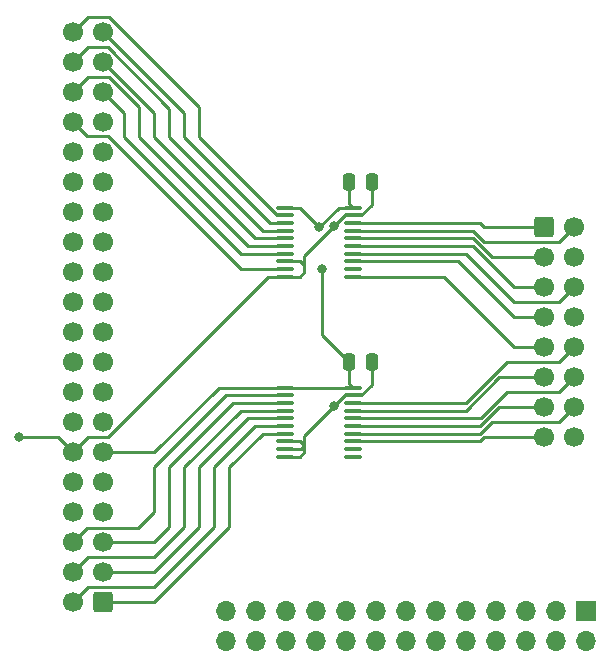
<source format=gbr>
%TF.GenerationSoftware,KiCad,Pcbnew,9.0.5*%
%TF.CreationDate,2025-12-13T23:56:32-06:00*%
%TF.ProjectId,CPE495-LED-Driver-Board,43504534-3935-42d4-9c45-442d44726976,v0.2*%
%TF.SameCoordinates,Original*%
%TF.FileFunction,Copper,L1,Top*%
%TF.FilePolarity,Positive*%
%FSLAX46Y46*%
G04 Gerber Fmt 4.6, Leading zero omitted, Abs format (unit mm)*
G04 Created by KiCad (PCBNEW 9.0.5) date 2025-12-13 23:56:32*
%MOMM*%
%LPD*%
G01*
G04 APERTURE LIST*
G04 Aperture macros list*
%AMRoundRect*
0 Rectangle with rounded corners*
0 $1 Rounding radius*
0 $2 $3 $4 $5 $6 $7 $8 $9 X,Y pos of 4 corners*
0 Add a 4 corners polygon primitive as box body*
4,1,4,$2,$3,$4,$5,$6,$7,$8,$9,$2,$3,0*
0 Add four circle primitives for the rounded corners*
1,1,$1+$1,$2,$3*
1,1,$1+$1,$4,$5*
1,1,$1+$1,$6,$7*
1,1,$1+$1,$8,$9*
0 Add four rect primitives between the rounded corners*
20,1,$1+$1,$2,$3,$4,$5,0*
20,1,$1+$1,$4,$5,$6,$7,0*
20,1,$1+$1,$6,$7,$8,$9,0*
20,1,$1+$1,$8,$9,$2,$3,0*%
G04 Aperture macros list end*
%TA.AperFunction,SMDPad,CuDef*%
%ADD10RoundRect,0.100000X-0.637500X-0.100000X0.637500X-0.100000X0.637500X0.100000X-0.637500X0.100000X0*%
%TD*%
%TA.AperFunction,SMDPad,CuDef*%
%ADD11RoundRect,0.250000X-0.250000X-0.475000X0.250000X-0.475000X0.250000X0.475000X-0.250000X0.475000X0*%
%TD*%
%TA.AperFunction,ComponentPad*%
%ADD12R,1.700000X1.700000*%
%TD*%
%TA.AperFunction,ComponentPad*%
%ADD13O,1.700000X1.700000*%
%TD*%
%TA.AperFunction,ComponentPad*%
%ADD14RoundRect,0.250000X0.600000X0.600000X-0.600000X0.600000X-0.600000X-0.600000X0.600000X-0.600000X0*%
%TD*%
%TA.AperFunction,ComponentPad*%
%ADD15C,1.700000*%
%TD*%
%TA.AperFunction,ComponentPad*%
%ADD16RoundRect,0.250000X-0.600000X-0.600000X0.600000X-0.600000X0.600000X0.600000X-0.600000X0.600000X0*%
%TD*%
%TA.AperFunction,ViaPad*%
%ADD17C,0.800000*%
%TD*%
%TA.AperFunction,Conductor*%
%ADD18C,0.250000*%
%TD*%
G04 APERTURE END LIST*
D10*
%TO.P,U1,1,A->B*%
%TO.N,+5V*%
X173667500Y-92325000D03*
%TO.P,U1,2,A0*%
%TO.N,GPIO35 (AG26) (AA2)*%
X173667500Y-92975000D03*
%TO.P,U1,3,A1*%
%TO.N,GPIO34 (AH23) (AB2)*%
X173667500Y-93625000D03*
%TO.P,U1,4,A2*%
%TO.N,GPIO33 (AH26) (Y3)*%
X173667500Y-94275000D03*
%TO.P,U1,5,A3*%
%TO.N,GPIO32 (AF20) (AB3)*%
X173667500Y-94925000D03*
%TO.P,U1,6,A4*%
%TO.N,GPIO31 (AG23) (Y4)*%
X173667500Y-95575000D03*
%TO.P,U1,7,A5*%
%TO.N,GPIO30 (AE20) (AA5)*%
X173667500Y-96225000D03*
%TO.P,U1,8,A6*%
%TO.N,GND*%
X173667500Y-96875000D03*
%TO.P,U1,9,A7*%
%TO.N,GPIO29 (AF26) (Y5)*%
X173667500Y-97525000D03*
%TO.P,U1,10,GND*%
%TO.N,GND*%
X173667500Y-98175000D03*
%TO.P,U1,11,B7*%
%TO.N,A*%
X179392500Y-98175000D03*
%TO.P,U1,12,B6*%
%TO.N,unconnected-(U1-B6-Pad12)*%
X179392500Y-97525000D03*
%TO.P,U1,13,B5*%
%TO.N,B2*%
X179392500Y-96875000D03*
%TO.P,U1,14,B4*%
%TO.N,G2*%
X179392500Y-96225000D03*
%TO.P,U1,15,B3*%
%TO.N,R2*%
X179392500Y-95575000D03*
%TO.P,U1,16,B2*%
%TO.N,B1*%
X179392500Y-94925000D03*
%TO.P,U1,17,B1*%
%TO.N,G1*%
X179392500Y-94275000D03*
%TO.P,U1,18,B0*%
%TO.N,R1*%
X179392500Y-93625000D03*
%TO.P,U1,19,CE*%
%TO.N,GND*%
X179392500Y-92975000D03*
%TO.P,U1,20,VCC*%
%TO.N,+5V*%
X179392500Y-92325000D03*
%TD*%
D11*
%TO.P,C2,1*%
%TO.N,+5V*%
X179070000Y-105410000D03*
%TO.P,C2,2*%
%TO.N,GND*%
X180970000Y-105410000D03*
%TD*%
D12*
%TO.P,J3,1,Pin_1*%
%TO.N,+3.3V*%
X199136000Y-126492000D03*
D13*
%TO.P,J3,2,Pin_2*%
%TO.N,GND*%
X199136000Y-129032000D03*
%TO.P,J3,3,Pin_3*%
%TO.N,+5V*%
X196596000Y-126492000D03*
%TO.P,J3,4,Pin_4*%
%TO.N,GPIO28 (AH22) (AA6)*%
X196596000Y-129032000D03*
%TO.P,J3,5,Pin_5*%
%TO.N,GPIO27 (AE24) (Y6)*%
X194056000Y-126492000D03*
%TO.P,J3,6,Pin_6*%
%TO.N,GPIO26 (AG22) (AA7)*%
X194056000Y-129032000D03*
%TO.P,J3,7,Pin_7*%
%TO.N,GPIO25 (AE25) (Y7)*%
X191516000Y-126492000D03*
%TO.P,J3,8,Pin_8*%
%TO.N,GPIO24 (AH25) (AA8)*%
X191516000Y-129032000D03*
%TO.P,J3,9,Pin_9*%
%TO.N,GPIO23 (AD25) (Y8)*%
X188976000Y-126492000D03*
%TO.P,J3,10,Pin_10*%
%TO.N,GPIO22 (AG25) (AA9)*%
X188976000Y-129032000D03*
%TO.P,J3,11,Pin_11*%
%TO.N,GPIO21 (AD22) (AA10)*%
X186436000Y-126492000D03*
%TO.P,J3,12,Pin_12*%
%TO.N,GPIO20 (AF22) (AB10)*%
X186436000Y-129032000D03*
%TO.P,J3,13,Pin_13*%
%TO.N,GPIO19 (AF21) (W11)*%
X183896000Y-126492000D03*
%TO.P,J3,14,Pin_14*%
%TO.N,GPIO18 (AE22) (AB11)*%
X183896000Y-129032000D03*
%TO.P,J3,15,Pin_15*%
%TO.N,GPIO17 (AC22) (Y11)*%
X181356000Y-126492000D03*
%TO.P,J3,16,Pin_16*%
%TO.N,GPIO16 (AF25) (AB12)*%
X181356000Y-129032000D03*
%TO.P,J3,17,Pin_17*%
%TO.N,GPIO15 (AE21) (AB13)*%
X178816000Y-126492000D03*
%TO.P,J3,18,Pin_18*%
%TO.N,GPIO14 (AF24) (W12)*%
X178816000Y-129032000D03*
%TO.P,J3,19,Pin_19*%
%TO.N,GPIO13 (AF15) (W13)*%
X176276000Y-126492000D03*
%TO.P,J3,20,Pin_20*%
%TO.N,GPIO12 (AD19) (AA14)*%
X176276000Y-129032000D03*
%TO.P,J3,21,Pin_21*%
%TO.N,GPIO11 (AF16) (AA15)*%
X173736000Y-126492000D03*
%TO.P,J3,22,Pin_22*%
%TO.N,GPIO10 (AC19) (W5)*%
X173736000Y-129032000D03*
%TO.P,J3,23,Pin_23*%
%TO.N,GPIO9 (AE15) (V5)*%
X171196000Y-126492000D03*
%TO.P,J3,24,Pin_24*%
%TO.N,GPIO8 (AD15) (W6)*%
X171196000Y-129032000D03*
%TO.P,J3,25,Pin_25*%
%TO.N,GPIO7 (AE16) (W7)*%
X168656000Y-126492000D03*
%TO.P,J3,26,Pin_26*%
%TO.N,GPIO6 (AD21) (V7)*%
X168656000Y-129032000D03*
%TD*%
D14*
%TO.P,J1,1,Pin_1*%
%TO.N,GPIO0 (AB22) (V10)*%
X158232500Y-125730000D03*
D15*
%TO.P,J1,2,Pin_2*%
%TO.N,GPIO1 (AC15) (W10)*%
X155692500Y-125730000D03*
%TO.P,J1,3,Pin_3*%
%TO.N,GPIO2 (AB21) (V9)*%
X158232500Y-123190000D03*
%TO.P,J1,4,Pin_4*%
%TO.N,GPIO3 (Y17) (W9)*%
X155692500Y-123190000D03*
%TO.P,J1,5,Pin_5*%
%TO.N,GPIO4 (AC21) (V8)*%
X158232500Y-120650000D03*
%TO.P,J1,6,Pin_6*%
%TO.N,GPIO5 (Y16) (W8)*%
X155692500Y-120650000D03*
%TO.P,J1,7,Pin_7*%
%TO.N,GPIO6 (AD21) (V7)*%
X158232500Y-118110000D03*
%TO.P,J1,8,Pin_8*%
%TO.N,GPIO7 (AE16) (W7)*%
X155692500Y-118110000D03*
%TO.P,J1,9,Pin_9*%
%TO.N,GPIO8 (AD15) (W6)*%
X158232500Y-115570000D03*
%TO.P,J1,10,Pin_10*%
%TO.N,GPIO9 (AE15) (V5)*%
X155692500Y-115570000D03*
%TO.P,J1,11,Pin_11*%
%TO.N,+5V*%
X158232500Y-113030000D03*
%TO.P,J1,12,Pin_12*%
%TO.N,GND*%
X155692500Y-113030000D03*
%TO.P,J1,13,Pin_13*%
%TO.N,GPIO10 (AC19) (W5)*%
X158232500Y-110490000D03*
%TO.P,J1,14,Pin_14*%
%TO.N,GPIO11 (AF16) (AA15)*%
X155692500Y-110490000D03*
%TO.P,J1,15,Pin_15*%
%TO.N,GPIO12 (AD19) (AA14)*%
X158232500Y-107950000D03*
%TO.P,J1,16,Pin_16*%
%TO.N,GPIO13 (AF15) (W13)*%
X155692500Y-107950000D03*
%TO.P,J1,17,Pin_17*%
%TO.N,GPIO14 (AF24) (W12)*%
X158232500Y-105410000D03*
%TO.P,J1,18,Pin_18*%
%TO.N,GPIO15 (AE21) (AB13)*%
X155692500Y-105410000D03*
%TO.P,J1,19,Pin_19*%
%TO.N,GPIO16 (AF25) (AB12)*%
X158232500Y-102870000D03*
%TO.P,J1,20,Pin_20*%
%TO.N,GPIO17 (AC22) (Y11)*%
X155692500Y-102870000D03*
%TO.P,J1,21,Pin_21*%
%TO.N,GPIO18 (AE22) (AB11)*%
X158232500Y-100330000D03*
%TO.P,J1,22,Pin_22*%
%TO.N,GPIO19 (AF21) (W11)*%
X155692500Y-100330000D03*
%TO.P,J1,23,Pin_23*%
%TO.N,GPIO20 (AF22) (AB10)*%
X158232500Y-97790000D03*
%TO.P,J1,24,Pin_24*%
%TO.N,GPIO21 (AD22) (AA10)*%
X155692500Y-97790000D03*
%TO.P,J1,25,Pin_25*%
%TO.N,GPIO22 (AG25) (AA9)*%
X158232500Y-95250000D03*
%TO.P,J1,26,Pin_26*%
%TO.N,GPIO23 (AD25) (Y8)*%
X155692500Y-95250000D03*
%TO.P,J1,27,Pin_27*%
%TO.N,GPIO24 (AH25) (AA8)*%
X158232500Y-92710000D03*
%TO.P,J1,28,Pin_28*%
%TO.N,GPIO25 (AE25) (Y7)*%
X155692500Y-92710000D03*
%TO.P,J1,29,Pin_29*%
%TO.N,+3.3V*%
X158232500Y-90170000D03*
%TO.P,J1,30,Pin_30*%
%TO.N,GND*%
X155692500Y-90170000D03*
%TO.P,J1,31,Pin_31*%
%TO.N,GPIO26 (AG22) (AA7)*%
X158232500Y-87630000D03*
%TO.P,J1,32,Pin_32*%
%TO.N,GPIO27 (AE24) (Y6)*%
X155692500Y-87630000D03*
%TO.P,J1,33,Pin_33*%
%TO.N,GPIO28 (AH22) (AA6)*%
X158232500Y-85090000D03*
%TO.P,J1,34,Pin_34*%
%TO.N,GPIO29 (AF26) (Y5)*%
X155692500Y-85090000D03*
%TO.P,J1,35,Pin_35*%
%TO.N,GPIO30 (AE20) (AA5)*%
X158232500Y-82550000D03*
%TO.P,J1,36,Pin_36*%
%TO.N,GPIO31 (AG23) (Y4)*%
X155692500Y-82550000D03*
%TO.P,J1,37,Pin_37*%
%TO.N,GPIO32 (AF20) (AB3)*%
X158232500Y-80010000D03*
%TO.P,J1,38,Pin_38*%
%TO.N,GPIO33 (AH26) (Y3)*%
X155692500Y-80010000D03*
%TO.P,J1,39,Pin_39*%
%TO.N,GPIO34 (AH23) (AB2)*%
X158232500Y-77470000D03*
%TO.P,J1,40,Pin_40*%
%TO.N,GPIO35 (AG26) (AA2)*%
X155692500Y-77470000D03*
%TD*%
D10*
%TO.P,U2,1,A->B*%
%TO.N,+5V*%
X173667500Y-107565000D03*
%TO.P,U2,2,A0*%
%TO.N,GPIO5 (Y16) (W8)*%
X173667500Y-108215000D03*
%TO.P,U2,3,A1*%
%TO.N,GPIO4 (AC21) (V8)*%
X173667500Y-108865000D03*
%TO.P,U2,4,A2*%
%TO.N,GPIO3 (Y17) (W9)*%
X173667500Y-109515000D03*
%TO.P,U2,5,A3*%
%TO.N,GPIO2 (AB21) (V9)*%
X173667500Y-110165000D03*
%TO.P,U2,6,A4*%
%TO.N,GPIO1 (AC15) (W10)*%
X173667500Y-110815000D03*
%TO.P,U2,7,A5*%
%TO.N,GPIO0 (AB22) (V10)*%
X173667500Y-111465000D03*
%TO.P,U2,8,A6*%
%TO.N,GND*%
X173667500Y-112115000D03*
%TO.P,U2,9,A7*%
X173667500Y-112765000D03*
%TO.P,U2,10,GND*%
X173667500Y-113415000D03*
%TO.P,U2,11,B7*%
%TO.N,unconnected-(U2-B7-Pad11)*%
X179392500Y-113415000D03*
%TO.P,U2,12,B6*%
%TO.N,unconnected-(U2-B6-Pad12)*%
X179392500Y-112765000D03*
%TO.P,U2,13,B5*%
%TO.N,OE*%
X179392500Y-112115000D03*
%TO.P,U2,14,B4*%
%TO.N,LATCH*%
X179392500Y-111465000D03*
%TO.P,U2,15,B3*%
%TO.N,CLK*%
X179392500Y-110815000D03*
%TO.P,U2,16,B2*%
%TO.N,D*%
X179392500Y-110165000D03*
%TO.P,U2,17,B1*%
%TO.N,C*%
X179392500Y-109515000D03*
%TO.P,U2,18,B0*%
%TO.N,B*%
X179392500Y-108865000D03*
%TO.P,U2,19,CE*%
%TO.N,GND*%
X179392500Y-108215000D03*
%TO.P,U2,20,VCC*%
%TO.N,+5V*%
X179392500Y-107565000D03*
%TD*%
D11*
%TO.P,C1,1*%
%TO.N,+5V*%
X179070000Y-90170000D03*
%TO.P,C1,2*%
%TO.N,GND*%
X180970000Y-90170000D03*
%TD*%
D16*
%TO.P,J2,1,Pin_1*%
%TO.N,R1*%
X195580000Y-93980000D03*
D15*
%TO.P,J2,2,Pin_2*%
%TO.N,G1*%
X198120000Y-93980000D03*
%TO.P,J2,3,Pin_3*%
%TO.N,B1*%
X195580000Y-96520000D03*
%TO.P,J2,4,Pin_4*%
%TO.N,GND*%
X198120000Y-96520000D03*
%TO.P,J2,5,Pin_5*%
%TO.N,R2*%
X195580000Y-99060000D03*
%TO.P,J2,6,Pin_6*%
%TO.N,G2*%
X198120000Y-99060000D03*
%TO.P,J2,7,Pin_7*%
%TO.N,B2*%
X195580000Y-101600000D03*
%TO.P,J2,8,Pin_8*%
%TO.N,GND*%
X198120000Y-101600000D03*
%TO.P,J2,9,Pin_9*%
%TO.N,A*%
X195580000Y-104140000D03*
%TO.P,J2,10,Pin_10*%
%TO.N,B*%
X198120000Y-104140000D03*
%TO.P,J2,11,Pin_11*%
%TO.N,C*%
X195580000Y-106680000D03*
%TO.P,J2,12,Pin_12*%
%TO.N,D*%
X198120000Y-106680000D03*
%TO.P,J2,13,Pin_13*%
%TO.N,CLK*%
X195580000Y-109220000D03*
%TO.P,J2,14,Pin_14*%
%TO.N,LATCH*%
X198120000Y-109220000D03*
%TO.P,J2,15,Pin_15*%
%TO.N,OE*%
X195580000Y-111760000D03*
%TO.P,J2,16,Pin_16*%
%TO.N,GND*%
X198120000Y-111760000D03*
%TD*%
D17*
%TO.N,GND*%
X177749479Y-109169479D03*
X177749479Y-93929479D03*
X151130000Y-111760000D03*
%TO.N,+5V*%
X176530000Y-93980000D03*
X176784000Y-97536000D03*
%TD*%
D18*
%TO.N,G1*%
X179392500Y-94275000D02*
X189525000Y-94275000D01*
X190500000Y-95250000D02*
X196850000Y-95250000D01*
X189525000Y-94275000D02*
X190500000Y-95250000D01*
X196850000Y-95250000D02*
X198120000Y-93980000D01*
%TO.N,B1*%
X179392500Y-94925000D02*
X189538604Y-94925000D01*
X189538604Y-94925000D02*
X191133604Y-96520000D01*
X191133604Y-96520000D02*
X195580000Y-96520000D01*
%TO.N,GND*%
X175260000Y-97790000D02*
X174875000Y-98175000D01*
X156962500Y-111760000D02*
X158624201Y-111760000D01*
X175260000Y-111658959D02*
X177749479Y-109169479D01*
X158624201Y-111760000D02*
X172209201Y-98175000D01*
X178703959Y-92975000D02*
X179392500Y-92975000D01*
X175260000Y-97230000D02*
X175260000Y-97790000D01*
X174875000Y-113415000D02*
X173667500Y-113415000D01*
X177749479Y-109169479D02*
X178703959Y-108215000D01*
X175260000Y-112470000D02*
X175260000Y-113030000D01*
X173667500Y-112115000D02*
X174905000Y-112115000D01*
X180970000Y-107326041D02*
X180970000Y-105410000D01*
X175260000Y-97230000D02*
X175260000Y-96418959D01*
X174905000Y-96875000D02*
X175260000Y-97230000D01*
X174875000Y-98175000D02*
X173667500Y-98175000D01*
X180970000Y-92086041D02*
X180970000Y-90170000D01*
X175260000Y-113030000D02*
X174875000Y-113415000D01*
X155692500Y-113030000D02*
X154422500Y-111760000D01*
X175260000Y-112470000D02*
X175260000Y-111658959D01*
X174965000Y-112765000D02*
X175260000Y-112470000D01*
X155692500Y-113030000D02*
X156962500Y-111760000D01*
X180081041Y-108215000D02*
X180970000Y-107326041D01*
X177749479Y-93929479D02*
X178703959Y-92975000D01*
X173667500Y-112765000D02*
X174965000Y-112765000D01*
X178703959Y-108215000D02*
X179392500Y-108215000D01*
X172209201Y-98175000D02*
X173667500Y-98175000D01*
X179392500Y-92975000D02*
X180081041Y-92975000D01*
X154422500Y-111760000D02*
X151130000Y-111760000D01*
X180081041Y-92975000D02*
X180970000Y-92086041D01*
X179392500Y-108215000D02*
X180081041Y-108215000D01*
X175260000Y-96418959D02*
X177749479Y-93929479D01*
X174905000Y-112115000D02*
X175260000Y-112470000D01*
X173667500Y-96875000D02*
X174905000Y-96875000D01*
%TO.N,G2*%
X188935000Y-96225000D02*
X193040000Y-100330000D01*
X193040000Y-100330000D02*
X196850000Y-100330000D01*
X179392500Y-96225000D02*
X188935000Y-96225000D01*
X196850000Y-100330000D02*
X198120000Y-99060000D01*
%TO.N,B2*%
X188315000Y-96875000D02*
X193040000Y-101600000D01*
X193040000Y-101600000D02*
X195580000Y-101600000D01*
X179392500Y-96875000D02*
X188315000Y-96875000D01*
%TO.N,A*%
X193040000Y-104140000D02*
X195580000Y-104140000D01*
X187075000Y-98175000D02*
X193040000Y-104140000D01*
X179392500Y-98175000D02*
X187075000Y-98175000D01*
%TO.N,B*%
X192403604Y-105410000D02*
X196850000Y-105410000D01*
X179392500Y-108865000D02*
X188948604Y-108865000D01*
X196850000Y-105410000D02*
X198120000Y-104140000D01*
X188948604Y-108865000D02*
X192403604Y-105410000D01*
%TO.N,C*%
X191770000Y-106680000D02*
X195580000Y-106680000D01*
X179392500Y-109515000D02*
X188935000Y-109515000D01*
X188935000Y-109515000D02*
X191770000Y-106680000D01*
%TO.N,D*%
X192400812Y-107950000D02*
X196850000Y-107950000D01*
X190185812Y-110165000D02*
X192400812Y-107950000D01*
X179392500Y-110165000D02*
X190185812Y-110165000D01*
X196850000Y-107950000D02*
X198120000Y-106680000D01*
%TO.N,CLK*%
X190172208Y-110815000D02*
X191767208Y-109220000D01*
X191767208Y-109220000D02*
X195580000Y-109220000D01*
X179392500Y-110815000D02*
X190172208Y-110815000D01*
%TO.N,+5V*%
X162560000Y-113030000D02*
X158232500Y-113030000D01*
X176530000Y-93980000D02*
X178185000Y-92325000D01*
X168025000Y-107565000D02*
X162560000Y-113030000D01*
X179070000Y-107242500D02*
X179392500Y-107565000D01*
X173667500Y-107565000D02*
X168025000Y-107565000D01*
X178185000Y-92325000D02*
X179392500Y-92325000D01*
X176784000Y-103124000D02*
X176784000Y-97536000D01*
X179070000Y-92002500D02*
X179392500Y-92325000D01*
X179070000Y-105410000D02*
X176784000Y-103124000D01*
X174875000Y-92325000D02*
X173667500Y-92325000D01*
X173667500Y-107565000D02*
X179392500Y-107565000D01*
X176530000Y-93980000D02*
X174875000Y-92325000D01*
X179070000Y-105410000D02*
X179070000Y-107242500D01*
X179070000Y-90170000D02*
X179070000Y-92002500D01*
%TO.N,GPIO29 (AF26) (Y5)*%
X173667500Y-97525000D02*
X169915000Y-97525000D01*
X158655000Y-86265000D02*
X156867500Y-86265000D01*
X169915000Y-97525000D02*
X158655000Y-86265000D01*
X156867500Y-86265000D02*
X155692500Y-85090000D01*
%TO.N,GPIO30 (AE20) (AA5)*%
X173667500Y-96225000D02*
X169885000Y-96225000D01*
X169885000Y-96225000D02*
X160020000Y-86360000D01*
X160020000Y-84337500D02*
X158232500Y-82550000D01*
X160020000Y-86360000D02*
X160020000Y-84337500D01*
%TO.N,GPIO31 (AG23) (Y4)*%
X161290000Y-86360000D02*
X161290000Y-83820000D01*
X156962500Y-81280000D02*
X155692500Y-82550000D01*
X161290000Y-83820000D02*
X158750000Y-81280000D01*
X170505000Y-95575000D02*
X161290000Y-86360000D01*
X158750000Y-81280000D02*
X156962500Y-81280000D01*
X173667500Y-95575000D02*
X170505000Y-95575000D01*
%TO.N,GPIO32 (AF20) (AB3)*%
X162560000Y-84337500D02*
X158232500Y-80010000D01*
X173667500Y-94925000D02*
X171125000Y-94925000D01*
X171125000Y-94925000D02*
X162560000Y-86360000D01*
X162560000Y-86360000D02*
X162560000Y-84337500D01*
%TO.N,GPIO33 (AH26) (Y3)*%
X163830000Y-83945799D02*
X158624201Y-78740000D01*
X173667500Y-94275000D02*
X171745000Y-94275000D01*
X171745000Y-94275000D02*
X163830000Y-86360000D01*
X163830000Y-86360000D02*
X163830000Y-83945799D01*
X158624201Y-78740000D02*
X156962500Y-78740000D01*
X156962500Y-78740000D02*
X155692500Y-80010000D01*
%TO.N,GPIO34 (AH23) (AB2)*%
X165100000Y-84337500D02*
X158232500Y-77470000D01*
X173667500Y-93625000D02*
X172365000Y-93625000D01*
X165100000Y-86360000D02*
X165100000Y-84337500D01*
X172365000Y-93625000D02*
X165100000Y-86360000D01*
%TO.N,GPIO35 (AG26) (AA2)*%
X156962500Y-76200000D02*
X155692500Y-77470000D01*
X158750000Y-76200000D02*
X156962500Y-76200000D01*
X173667500Y-92975000D02*
X172978959Y-92975000D01*
X166370000Y-83820000D02*
X158750000Y-76200000D01*
X172978959Y-92975000D02*
X166370000Y-86366041D01*
X166370000Y-86366041D02*
X166370000Y-83820000D01*
%TO.N,R1*%
X190145000Y-93625000D02*
X190500000Y-93980000D01*
X179392500Y-93625000D02*
X190145000Y-93625000D01*
X190500000Y-93980000D02*
X195580000Y-93980000D01*
%TO.N,R2*%
X189552208Y-95575000D02*
X193037208Y-99060000D01*
X193037208Y-99060000D02*
X195580000Y-99060000D01*
X179392500Y-95575000D02*
X189552208Y-95575000D01*
%TO.N,LATCH*%
X179392500Y-111465000D02*
X190158604Y-111465000D01*
X190158604Y-111465000D02*
X191133604Y-110490000D01*
X196850000Y-110490000D02*
X198120000Y-109220000D01*
X191133604Y-110490000D02*
X196850000Y-110490000D01*
%TO.N,OE*%
X190145000Y-112115000D02*
X190500000Y-111760000D01*
X179392500Y-112115000D02*
X190145000Y-112115000D01*
X190500000Y-111760000D02*
X195580000Y-111760000D01*
%TO.N,GPIO5 (Y16) (W8)*%
X173667500Y-108215000D02*
X168645000Y-108215000D01*
X156867500Y-119475000D02*
X155692500Y-120650000D01*
X161195000Y-119475000D02*
X156867500Y-119475000D01*
X162560000Y-114300000D02*
X162560000Y-118110000D01*
X168645000Y-108215000D02*
X162560000Y-114300000D01*
X162560000Y-118110000D02*
X161195000Y-119475000D01*
%TO.N,GPIO4 (AC21) (V8)*%
X169265000Y-108865000D02*
X163830000Y-114300000D01*
X163830000Y-114300000D02*
X163830000Y-119380000D01*
X162560000Y-120650000D02*
X158232500Y-120650000D01*
X163830000Y-119380000D02*
X162560000Y-120650000D01*
X173667500Y-108865000D02*
X169265000Y-108865000D01*
%TO.N,GPIO3 (Y17) (W9)*%
X165100000Y-114300000D02*
X165100000Y-119380000D01*
X173667500Y-109515000D02*
X169885000Y-109515000D01*
X165100000Y-119380000D02*
X162560000Y-121920000D01*
X169885000Y-109515000D02*
X165100000Y-114300000D01*
X156962500Y-121920000D02*
X155692500Y-123190000D01*
X162560000Y-121920000D02*
X156962500Y-121920000D01*
%TO.N,GPIO2 (AB21) (V9)*%
X162560000Y-123190000D02*
X158232500Y-123190000D01*
X166370000Y-119380000D02*
X162560000Y-123190000D01*
X170505000Y-110165000D02*
X166370000Y-114300000D01*
X166370000Y-114300000D02*
X166370000Y-119380000D01*
X173667500Y-110165000D02*
X170505000Y-110165000D01*
%TO.N,GPIO1 (AC15) (W10)*%
X156962500Y-124460000D02*
X155692500Y-125730000D01*
X171125000Y-110815000D02*
X167640000Y-114300000D01*
X173667500Y-110815000D02*
X171125000Y-110815000D01*
X167640000Y-114300000D02*
X167640000Y-119380000D01*
X167640000Y-119380000D02*
X162560000Y-124460000D01*
X162560000Y-124460000D02*
X156962500Y-124460000D01*
%TO.N,GPIO0 (AB22) (V10)*%
X162560000Y-125730000D02*
X168910000Y-119380000D01*
X168910000Y-119380000D02*
X168910000Y-114300000D01*
X171745000Y-111465000D02*
X173667500Y-111465000D01*
X168910000Y-114300000D02*
X171745000Y-111465000D01*
X158232500Y-125730000D02*
X162560000Y-125730000D01*
%TD*%
M02*

</source>
